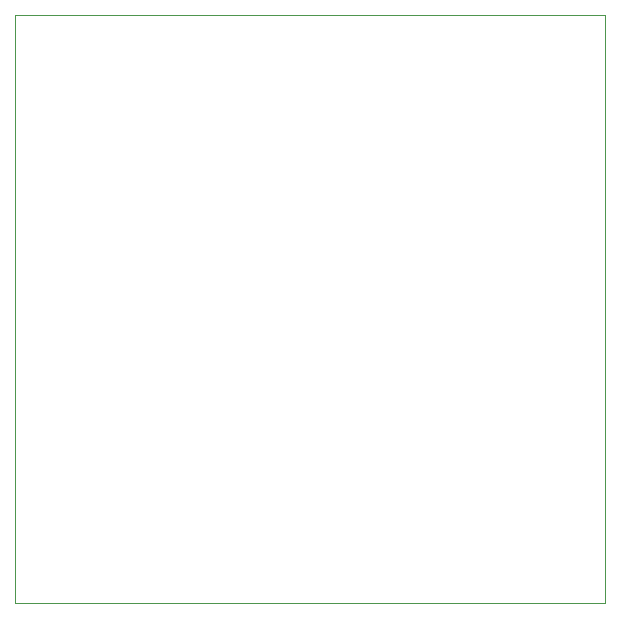
<source format=gbr>
%TF.GenerationSoftware,KiCad,Pcbnew,7.0.7*%
%TF.CreationDate,2024-03-10T16:18:29-05:00*%
%TF.ProjectId,rev2,72657632-2e6b-4696-9361-645f70636258,rev?*%
%TF.SameCoordinates,Original*%
%TF.FileFunction,Profile,NP*%
%FSLAX46Y46*%
G04 Gerber Fmt 4.6, Leading zero omitted, Abs format (unit mm)*
G04 Created by KiCad (PCBNEW 7.0.7) date 2024-03-10 16:18:29*
%MOMM*%
%LPD*%
G01*
G04 APERTURE LIST*
%TA.AperFunction,Profile*%
%ADD10C,0.100000*%
%TD*%
G04 APERTURE END LIST*
D10*
X109982000Y-73914000D02*
X159893000Y-73914000D01*
X159893000Y-123698000D01*
X109982000Y-123698000D01*
X109982000Y-73914000D01*
M02*

</source>
